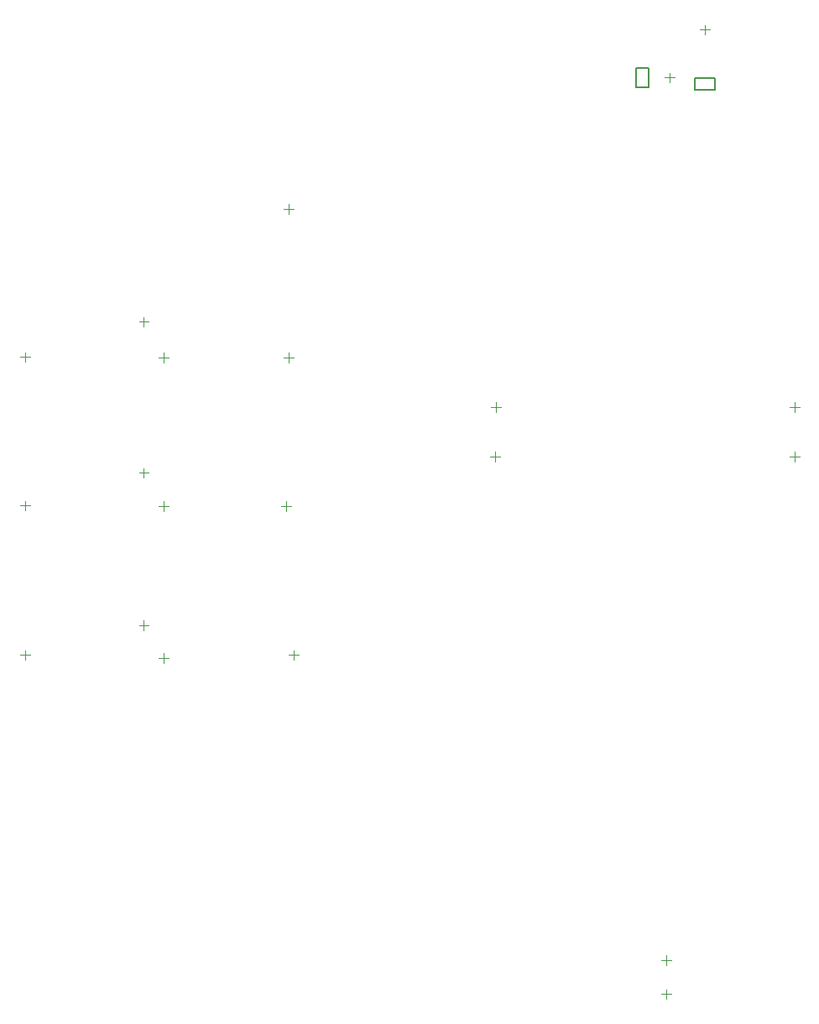
<source format=gbr>
%TF.GenerationSoftware,Altium Limited,Altium Designer,21.6.4 (81)*%
G04 Layer_Color=8388736*
%FSLAX43Y43*%
%MOMM*%
%TF.SameCoordinates,51A45B19-5AA5-45A3-BC04-4EA5AD39BA57*%
%TF.FilePolarity,Positive*%
%TF.FileFunction,Other,Bottom_Component_Center*%
%TF.Part,Single*%
G01*
G75*
%TA.AperFunction,NonConductor*%
%ADD40C,0.200*%
%ADD47C,0.100*%
D40*
X157623Y101991D02*
X159623D01*
Y103241D01*
X157623D02*
X159623D01*
X157623Y101991D02*
Y103241D01*
X151648Y102251D02*
Y104251D01*
Y102251D02*
X152898D01*
Y104251D01*
X151648D02*
X152898D01*
D47*
X103500Y75016D02*
X104500D01*
X104000Y74516D02*
Y75516D01*
X89500Y45000D02*
X90500D01*
X90000Y44500D02*
Y45500D01*
X104000Y44204D02*
Y45204D01*
X103500Y44704D02*
X104500D01*
X101500Y48006D02*
X102500D01*
X102000Y47506D02*
Y48506D01*
X90000Y59571D02*
Y60571D01*
X89500Y60071D02*
X90500D01*
X102000Y62873D02*
Y63873D01*
X101500Y63373D02*
X102500D01*
X103500Y60030D02*
X104500D01*
X104000Y59530D02*
Y60530D01*
X167140Y70000D02*
X168140D01*
X167640Y69500D02*
Y70500D01*
X137041Y70000D02*
X138041D01*
X137541Y69500D02*
Y70500D01*
X137414Y64500D02*
Y65500D01*
X136914Y65000D02*
X137914D01*
X167640Y64500D02*
Y65500D01*
X167140Y65000D02*
X168140D01*
X155067Y102751D02*
Y103751D01*
X154567Y103251D02*
X155567D01*
X158623Y107577D02*
Y108577D01*
X158123Y108077D02*
X159123D01*
X154686Y13724D02*
Y14724D01*
X154186Y14224D02*
X155186D01*
X154686Y10295D02*
Y11295D01*
X154186Y10795D02*
X155186D01*
X89500Y75057D02*
X90500D01*
X90000Y74557D02*
Y75557D01*
X117094Y44500D02*
Y45500D01*
X116594Y45000D02*
X117594D01*
X116586Y89500D02*
Y90500D01*
X116086Y90000D02*
X117086D01*
X116586Y74500D02*
Y75500D01*
X116086Y75000D02*
X117086D01*
X116332Y59500D02*
Y60500D01*
X115832Y60000D02*
X116832D01*
X101500Y78613D02*
X102500D01*
X102000Y78113D02*
Y79113D01*
%TF.MD5,52384edcaf9d43340945db1cac38e179*%
M02*

</source>
